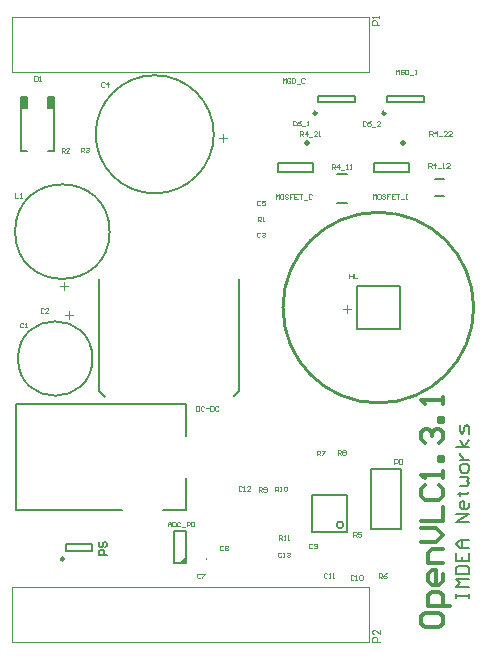
<source format=gto>
G04*
G04 #@! TF.GenerationSoftware,Altium Limited,Altium Designer,19.1.9 (167)*
G04*
G04 Layer_Color=65535*
%FSLAX43Y43*%
%MOMM*%
G71*
G01*
G75*
%ADD10C,0.250*%
%ADD11C,0.254*%
%ADD12C,0.127*%
%ADD13C,0.154*%
%ADD14C,0.200*%
%ADD15C,0.025*%
%ADD16C,0.500*%
%ADD17C,0.100*%
%ADD18C,0.350*%
%ADD19C,0.050*%
%ADD20C,0.150*%
%ADD21C,0.040*%
%ADD22R,0.500X1.000*%
G36*
X14909Y7407D02*
X14348D01*
X14909Y7968D01*
Y7407D01*
D02*
G37*
D10*
X4614Y7763D02*
G03*
X4614Y7763I-125J0D01*
G01*
X31825Y45507D02*
G03*
X31825Y45507I-125J0D01*
G01*
X26010D02*
G03*
X26010Y45507I-125J0D01*
G01*
D11*
X39302Y29049D02*
G03*
X39302Y29049I-8073J0D01*
G01*
D12*
X7026Y24737D02*
G03*
X7026Y24737I-3150J0D01*
G01*
X17300Y43721D02*
G03*
X17300Y43721I-5000J0D01*
G01*
X8481Y35483D02*
G03*
X8481Y35483I-4000J0D01*
G01*
X33804Y40504D02*
Y41266D01*
X30904Y40504D02*
X33804D01*
X30904D02*
Y41266D01*
X33804D01*
X25668Y40504D02*
Y41266D01*
X22768Y40504D02*
X25668D01*
X22768D02*
Y41266D01*
X25668D01*
X29439Y30840D02*
X33039D01*
Y27240D02*
Y30840D01*
X29439Y27240D02*
X33039D01*
X29439D02*
Y30840D01*
X13893Y7407D02*
X14909D01*
X13893D02*
Y10107D01*
X14909D01*
Y7407D02*
Y10107D01*
X960Y42310D02*
Y46910D01*
X3760Y42310D02*
Y46910D01*
X960Y42310D02*
X1460D01*
X960Y46910D02*
X1460D01*
X3260Y42310D02*
X3760D01*
X3260Y46910D02*
X3760D01*
X1460Y45910D02*
Y46910D01*
X3260Y45910D02*
Y46910D01*
X960Y45910D02*
X1449D01*
X3260D02*
X3760D01*
X19450Y21982D02*
Y31482D01*
X7550Y21982D02*
Y31482D01*
X19050Y21582D02*
X19450Y21982D01*
X7550D02*
X8050Y21482D01*
X532Y11884D02*
Y20885D01*
Y11884D02*
X9531D01*
X532Y20885D02*
X14932D01*
Y18135D02*
Y20885D01*
X12982Y11884D02*
X14932D01*
Y14634D01*
D13*
X28274Y10653D02*
G03*
X28274Y10653I-283J0D01*
G01*
X8231Y8127D02*
X7579D01*
Y8453D01*
X7688Y8562D01*
X7905D01*
X8014Y8453D01*
Y8127D01*
X7688Y9213D02*
X7579Y9105D01*
Y8887D01*
X7688Y8779D01*
X7796D01*
X7905Y8887D01*
Y9105D01*
X8014Y9213D01*
X8122D01*
X8231Y9105D01*
Y8887D01*
X8122Y8779D01*
D14*
X4789Y8413D02*
Y9013D01*
X6989Y8413D02*
Y9013D01*
X4789Y8413D02*
X6989D01*
X4789Y9013D02*
X6989D01*
X36027Y39969D02*
X36827D01*
X36027Y38469D02*
X36827D01*
X27746Y37924D02*
X28546D01*
X27746Y40324D02*
X28546D01*
X31975Y46457D02*
Y46957D01*
X35075Y46457D02*
Y46957D01*
X31975Y46457D02*
X35075D01*
X31975Y46957D02*
X35075D01*
X26160Y46457D02*
Y46957D01*
X29260Y46457D02*
Y46957D01*
X26160Y46457D02*
X29260D01*
X26160Y46957D02*
X29260D01*
X25591Y10076D02*
Y13176D01*
X28591D01*
Y10076D02*
Y13176D01*
X25591Y10076D02*
X28591D01*
X30603Y10339D02*
Y15419D01*
Y10339D02*
X33143D01*
Y15419D01*
X30603D02*
X33143D01*
D15*
X196Y721D02*
Y5395D01*
Y721D02*
X30432D01*
Y5395D01*
X196D02*
X30432D01*
X196Y48981D02*
Y53655D01*
Y48981D02*
X30432D01*
Y53655D01*
X196D02*
X30432D01*
D16*
X33313Y43006D02*
X33309Y43010D01*
X33304Y43006D01*
X33309Y43001D01*
X33313Y43006D01*
X25178D02*
X25173Y43010D01*
X25168Y43006D01*
X25173Y43001D01*
X25178Y43006D01*
D17*
X28274Y28946D02*
X28940D01*
X28607Y29280D02*
Y28613D01*
X5072Y28751D02*
Y28085D01*
X5405Y28418D02*
X4739D01*
X18418Y43429D02*
X17752D01*
X18085Y43096D02*
Y43763D01*
X4657Y30514D02*
Y31181D01*
X4324Y30848D02*
X4991D01*
D18*
X34880Y2900D02*
Y2300D01*
X35180Y2000D01*
X36379D01*
X36679Y2300D01*
Y2900D01*
X36379Y3200D01*
X35180D01*
X34880Y2900D01*
X37279Y3799D02*
X35480D01*
Y4699D01*
X35780Y4999D01*
X36379D01*
X36679Y4699D01*
Y3799D01*
Y6499D02*
Y5899D01*
X36379Y5599D01*
X35780D01*
X35480Y5899D01*
Y6499D01*
X35780Y6798D01*
X36080D01*
Y5599D01*
X36679Y7398D02*
X35480D01*
Y8298D01*
X35780Y8598D01*
X36679D01*
X34880Y9198D02*
X36080D01*
X36679Y9797D01*
X36080Y10397D01*
X34880D01*
Y10997D02*
X36679D01*
Y12197D01*
X35180Y13996D02*
X34880Y13696D01*
Y13096D01*
X35180Y12797D01*
X36379D01*
X36679Y13096D01*
Y13696D01*
X36379Y13996D01*
X36679Y14596D02*
Y15196D01*
Y14896D01*
X34880D01*
X35180Y14596D01*
X36679Y16095D02*
X36379D01*
Y16395D01*
X36679D01*
Y16095D01*
X35180Y17595D02*
X34880Y17895D01*
Y18495D01*
X35180Y18795D01*
X35480D01*
X35780Y18495D01*
Y18195D01*
Y18495D01*
X36080Y18795D01*
X36379D01*
X36679Y18495D01*
Y17895D01*
X36379Y17595D01*
X36679Y19394D02*
X36379D01*
Y19694D01*
X36679D01*
Y19394D01*
Y20894D02*
Y21494D01*
Y21194D01*
X34880D01*
X35180Y20894D01*
D19*
X16648Y7752D02*
X16676Y7781D01*
X16648Y7810D01*
X16619Y7781D01*
X16648Y7752D01*
X31334Y774D02*
X30734D01*
Y1074D01*
X30834Y1174D01*
X31034D01*
X31134Y1074D01*
Y774D01*
X31334Y1774D02*
Y1374D01*
X30934Y1774D01*
X30834D01*
X30734Y1674D01*
Y1474D01*
X30834Y1374D01*
X31284Y52962D02*
X30684D01*
Y53262D01*
X30784Y53362D01*
X30984D01*
X31084Y53262D01*
Y52962D01*
X31284Y53562D02*
Y53762D01*
Y53662D01*
X30684D01*
X30784Y53562D01*
D20*
X37788Y4455D02*
Y4821D01*
Y4638D01*
X38888D01*
Y4455D01*
Y4821D01*
Y5371D02*
X37788D01*
X38155Y5738D01*
X37788Y6104D01*
X38888D01*
X37788Y6471D02*
X38888D01*
Y7020D01*
X38705Y7204D01*
X37972D01*
X37788Y7020D01*
Y6471D01*
Y8303D02*
Y7570D01*
X38888D01*
Y8303D01*
X38338Y7570D02*
Y7937D01*
X38888Y8670D02*
X38155D01*
X37788Y9036D01*
X38155Y9403D01*
X38888D01*
X38338D01*
Y8670D01*
X38888Y10869D02*
X37788D01*
X38888Y11602D01*
X37788D01*
X38888Y12519D02*
Y12152D01*
X38705Y11969D01*
X38338D01*
X38155Y12152D01*
Y12519D01*
X38338Y12702D01*
X38522D01*
Y11969D01*
X37972Y13252D02*
X38155D01*
Y13068D01*
Y13435D01*
Y13252D01*
X38705D01*
X38888Y13435D01*
X38155Y13985D02*
X38705D01*
X38888Y14168D01*
X38705Y14351D01*
X38888Y14535D01*
X38705Y14718D01*
X38155D01*
X38888Y15268D02*
Y15634D01*
X38705Y15818D01*
X38338D01*
X38155Y15634D01*
Y15268D01*
X38338Y15084D01*
X38705D01*
X38888Y15268D01*
X38155Y16184D02*
X38888D01*
X38522D01*
X38338Y16367D01*
X38155Y16551D01*
Y16734D01*
X38888Y17284D02*
X37788D01*
X38522D02*
X38155Y17834D01*
X38522Y17284D02*
X38888Y17834D01*
Y18383D02*
Y18933D01*
X38705Y19117D01*
X38522Y18933D01*
Y18567D01*
X38338Y18383D01*
X38155Y18567D01*
Y19117D01*
D21*
X35563Y43605D02*
Y44005D01*
X35763D01*
X35830Y43938D01*
Y43805D01*
X35763Y43738D01*
X35563D01*
X35696D02*
X35830Y43605D01*
X36163D02*
Y44005D01*
X35963Y43805D01*
X36229D01*
X36363Y43538D02*
X36629D01*
X37029Y43605D02*
X36763D01*
X37029Y43871D01*
Y43938D01*
X36962Y44005D01*
X36829D01*
X36763Y43938D01*
X37429Y43605D02*
X37162D01*
X37429Y43871D01*
Y43938D01*
X37362Y44005D01*
X37229D01*
X37162Y43938D01*
X24583Y43583D02*
Y43983D01*
X24783D01*
X24850Y43917D01*
Y43783D01*
X24783Y43717D01*
X24583D01*
X24716D02*
X24850Y43583D01*
X25183D02*
Y43983D01*
X24983Y43783D01*
X25250D01*
X25383Y43517D02*
X25649D01*
X26049Y43583D02*
X25783D01*
X26049Y43850D01*
Y43917D01*
X25983Y43983D01*
X25849D01*
X25783Y43917D01*
X26183Y43583D02*
X26316D01*
X26249D01*
Y43983D01*
X26183Y43917D01*
X35470Y40892D02*
Y41292D01*
X35670D01*
X35737Y41226D01*
Y41092D01*
X35670Y41026D01*
X35470D01*
X35603D02*
X35737Y40892D01*
X36070D02*
Y41292D01*
X35870Y41092D01*
X36137D01*
X36270Y40826D02*
X36536D01*
X36670Y40892D02*
X36803D01*
X36736D01*
Y41292D01*
X36670Y41226D01*
X37270Y40892D02*
X37003D01*
X37270Y41159D01*
Y41226D01*
X37203Y41292D01*
X37070D01*
X37003Y41226D01*
X27292Y40778D02*
Y41178D01*
X27492D01*
X27559Y41111D01*
Y40978D01*
X27492Y40911D01*
X27292D01*
X27425D02*
X27559Y40778D01*
X27892D02*
Y41178D01*
X27692Y40978D01*
X27959D01*
X28092Y40711D02*
X28358D01*
X28492Y40778D02*
X28625D01*
X28558D01*
Y41178D01*
X28492Y41111D01*
X28825Y40778D02*
X28958D01*
X28892D01*
Y41178D01*
X28825Y41111D01*
X30753Y38277D02*
Y38677D01*
X30886Y38543D01*
X31019Y38677D01*
Y38277D01*
X31352Y38677D02*
X31219D01*
X31152Y38610D01*
Y38343D01*
X31219Y38277D01*
X31352D01*
X31419Y38343D01*
Y38610D01*
X31352Y38677D01*
X31819Y38610D02*
X31752Y38677D01*
X31619D01*
X31552Y38610D01*
Y38543D01*
X31619Y38477D01*
X31752D01*
X31819Y38410D01*
Y38343D01*
X31752Y38277D01*
X31619D01*
X31552Y38343D01*
X32219Y38677D02*
X31952D01*
Y38477D01*
X32085D01*
X31952D01*
Y38277D01*
X32619Y38677D02*
X32352D01*
Y38277D01*
X32619D01*
X32352Y38477D02*
X32485D01*
X32752Y38677D02*
X33018D01*
X32885D01*
Y38277D01*
X33152Y38210D02*
X33418D01*
X33552Y38677D02*
X33685D01*
X33618D01*
Y38277D01*
X33552D01*
X33685D01*
X32721Y48803D02*
Y49203D01*
X32854Y49070D01*
X32987Y49203D01*
Y48803D01*
X33387Y49136D02*
X33321Y49203D01*
X33187D01*
X33121Y49136D01*
Y48870D01*
X33187Y48803D01*
X33321D01*
X33387Y48870D01*
Y49003D01*
X33254D01*
X33521Y49203D02*
Y48803D01*
X33720D01*
X33787Y48870D01*
Y49136D01*
X33720Y49203D01*
X33521D01*
X33920Y48736D02*
X34187D01*
X34320Y49203D02*
X34454D01*
X34387D01*
Y48803D01*
X34320D01*
X34454D01*
X23123Y48075D02*
Y48475D01*
X23257Y48342D01*
X23390Y48475D01*
Y48075D01*
X23790Y48408D02*
X23723Y48475D01*
X23590D01*
X23523Y48408D01*
Y48142D01*
X23590Y48075D01*
X23723D01*
X23790Y48142D01*
Y48275D01*
X23656D01*
X23923Y48475D02*
Y48075D01*
X24123D01*
X24190Y48142D01*
Y48408D01*
X24123Y48475D01*
X23923D01*
X24323Y48009D02*
X24589D01*
X24989Y48408D02*
X24923Y48475D01*
X24789D01*
X24723Y48408D01*
Y48142D01*
X24789Y48075D01*
X24923D01*
X24989Y48142D01*
X30178Y44779D02*
X30111Y44846D01*
X29978D01*
X29911Y44779D01*
Y44513D01*
X29978Y44446D01*
X30111D01*
X30178Y44513D01*
X30578Y44846D02*
X30444Y44779D01*
X30311Y44646D01*
Y44513D01*
X30378Y44446D01*
X30511D01*
X30578Y44513D01*
Y44579D01*
X30511Y44646D01*
X30311D01*
X30711Y44380D02*
X30978D01*
X31377Y44446D02*
X31111D01*
X31377Y44713D01*
Y44779D01*
X31311Y44846D01*
X31178D01*
X31111Y44779D01*
X24246Y44801D02*
X24179Y44868D01*
X24046D01*
X23979Y44801D01*
Y44534D01*
X24046Y44468D01*
X24179D01*
X24246Y44534D01*
X24646Y44868D02*
X24512Y44801D01*
X24379Y44668D01*
Y44534D01*
X24446Y44468D01*
X24579D01*
X24646Y44534D01*
Y44601D01*
X24579Y44668D01*
X24379D01*
X24779Y44401D02*
X25045D01*
X25179Y44468D02*
X25312D01*
X25245D01*
Y44868D01*
X25179Y44801D01*
X23020Y8243D02*
X22954Y8309D01*
X22820D01*
X22754Y8243D01*
Y7976D01*
X22820Y7909D01*
X22954D01*
X23020Y7976D01*
X23153Y7909D02*
X23287D01*
X23220D01*
Y8309D01*
X23153Y8243D01*
X23487D02*
X23553Y8309D01*
X23687D01*
X23753Y8243D01*
Y8176D01*
X23687Y8109D01*
X23620D01*
X23687D01*
X23753Y8043D01*
Y7976D01*
X23687Y7909D01*
X23553D01*
X23487Y7976D01*
X22498Y13496D02*
Y13896D01*
X22698D01*
X22765Y13829D01*
Y13696D01*
X22698Y13629D01*
X22498D01*
X22632D02*
X22765Y13496D01*
X22898D02*
X23032D01*
X22965D01*
Y13896D01*
X22898Y13829D01*
X23232D02*
X23298Y13896D01*
X23431D01*
X23498Y13829D01*
Y13563D01*
X23431Y13496D01*
X23298D01*
X23232Y13563D01*
Y13829D01*
X28781Y31925D02*
Y31525D01*
Y31725D01*
X29048D01*
Y31925D01*
Y31525D01*
X29181Y31925D02*
Y31525D01*
X29448D01*
X19666Y13854D02*
X19599Y13921D01*
X19466D01*
X19399Y13854D01*
Y13587D01*
X19466Y13521D01*
X19599D01*
X19666Y13587D01*
X19799Y13521D02*
X19932D01*
X19866D01*
Y13921D01*
X19799Y13854D01*
X20399Y13521D02*
X20132D01*
X20399Y13787D01*
Y13854D01*
X20332Y13921D01*
X20199D01*
X20132Y13854D01*
X8051Y48071D02*
X7985Y48138D01*
X7851D01*
X7785Y48071D01*
Y47805D01*
X7851Y47738D01*
X7985D01*
X8051Y47805D01*
X8385Y47738D02*
Y48138D01*
X8185Y47938D01*
X8451D01*
X6056Y42198D02*
Y42598D01*
X6256D01*
X6323Y42532D01*
Y42398D01*
X6256Y42332D01*
X6056D01*
X6190D02*
X6323Y42198D01*
X6456Y42532D02*
X6523Y42598D01*
X6656D01*
X6723Y42532D01*
Y42465D01*
X6656Y42398D01*
X6590D01*
X6656D01*
X6723Y42332D01*
Y42265D01*
X6656Y42198D01*
X6523D01*
X6456Y42265D01*
X4416Y42176D02*
Y42576D01*
X4616D01*
X4683Y42509D01*
Y42376D01*
X4616Y42309D01*
X4416D01*
X4550D02*
X4683Y42176D01*
X5083D02*
X4816D01*
X5083Y42442D01*
Y42509D01*
X5016Y42576D01*
X4883D01*
X4816Y42509D01*
X15817Y20730D02*
Y20330D01*
X16017D01*
X16084Y20396D01*
Y20663D01*
X16017Y20730D01*
X15817D01*
X16484Y20663D02*
X16417Y20730D01*
X16284D01*
X16217Y20663D01*
Y20396D01*
X16284Y20330D01*
X16417D01*
X16484Y20396D01*
X16617Y20530D02*
X16883D01*
X17017Y20730D02*
Y20330D01*
X17217D01*
X17283Y20396D01*
Y20663D01*
X17217Y20730D01*
X17017D01*
X17683Y20663D02*
X17617Y20730D01*
X17483D01*
X17417Y20663D01*
Y20396D01*
X17483Y20330D01*
X17617D01*
X17683Y20396D01*
X2901Y28935D02*
X2834Y29002D01*
X2701D01*
X2634Y28935D01*
Y28668D01*
X2701Y28602D01*
X2834D01*
X2901Y28668D01*
X3301Y28602D02*
X3034D01*
X3301Y28868D01*
Y28935D01*
X3234Y29002D01*
X3101D01*
X3034Y28935D01*
X2113Y48646D02*
Y48246D01*
X2313D01*
X2380Y48312D01*
Y48579D01*
X2313Y48646D01*
X2113D01*
X2513Y48246D02*
X2647D01*
X2580D01*
Y48646D01*
X2513Y48579D01*
X21035Y36351D02*
Y36750D01*
X21235D01*
X21302Y36684D01*
Y36550D01*
X21235Y36484D01*
X21035D01*
X21168D02*
X21302Y36351D01*
X21435D02*
X21568D01*
X21502D01*
Y36750D01*
X21435Y36684D01*
X21235Y38039D02*
X21168Y38106D01*
X21035D01*
X20968Y38039D01*
Y37772D01*
X21035Y37706D01*
X21168D01*
X21235Y37772D01*
X21635Y38106D02*
X21368D01*
Y37906D01*
X21502Y37972D01*
X21568D01*
X21635Y37906D01*
Y37772D01*
X21568Y37706D01*
X21435D01*
X21368Y37772D01*
X1190Y27698D02*
X1124Y27764D01*
X991D01*
X924Y27698D01*
Y27431D01*
X991Y27364D01*
X1124D01*
X1190Y27431D01*
X1324Y27364D02*
X1457D01*
X1390D01*
Y27764D01*
X1324Y27698D01*
X21235Y35335D02*
X21168Y35402D01*
X21035D01*
X20968Y35335D01*
Y35068D01*
X21035Y35002D01*
X21168D01*
X21235Y35068D01*
X21368Y35335D02*
X21435Y35402D01*
X21568D01*
X21635Y35335D01*
Y35268D01*
X21568Y35202D01*
X21502D01*
X21568D01*
X21635Y35135D01*
Y35068D01*
X21568Y35002D01*
X21435D01*
X21368Y35068D01*
X491Y38728D02*
Y38328D01*
X758D01*
X891D02*
X1024D01*
X958D01*
Y38728D01*
X891Y38661D01*
X13399Y10518D02*
Y10785D01*
X13532Y10918D01*
X13665Y10785D01*
Y10518D01*
Y10718D01*
X13399D01*
X13798Y10918D02*
Y10518D01*
X13998D01*
X14065Y10585D01*
Y10851D01*
X13998Y10918D01*
X13798D01*
X14465Y10851D02*
X14398Y10918D01*
X14265D01*
X14198Y10851D01*
Y10585D01*
X14265Y10518D01*
X14398D01*
X14465Y10585D01*
X14598Y10451D02*
X14865D01*
X14998Y10518D02*
Y10918D01*
X15198D01*
X15265Y10851D01*
Y10718D01*
X15198Y10651D01*
X14998D01*
X15398Y10918D02*
Y10518D01*
X15598D01*
X15665Y10585D01*
Y10851D01*
X15598Y10918D01*
X15398D01*
X22534Y38234D02*
Y38634D01*
X22667Y38500D01*
X22800Y38634D01*
Y38234D01*
X23134Y38634D02*
X23000D01*
X22934Y38567D01*
Y38300D01*
X23000Y38234D01*
X23134D01*
X23200Y38300D01*
Y38567D01*
X23134Y38634D01*
X23600Y38567D02*
X23534Y38634D01*
X23400D01*
X23334Y38567D01*
Y38500D01*
X23400Y38434D01*
X23534D01*
X23600Y38367D01*
Y38300D01*
X23534Y38234D01*
X23400D01*
X23334Y38300D01*
X24000Y38634D02*
X23733D01*
Y38434D01*
X23867D01*
X23733D01*
Y38234D01*
X24400Y38634D02*
X24133D01*
Y38234D01*
X24400D01*
X24133Y38434D02*
X24267D01*
X24533Y38634D02*
X24800D01*
X24667D01*
Y38234D01*
X24933Y38167D02*
X25200D01*
X25600Y38567D02*
X25533Y38634D01*
X25400D01*
X25333Y38567D01*
Y38300D01*
X25400Y38234D01*
X25533D01*
X25600Y38300D01*
X25652Y8992D02*
X25586Y9058D01*
X25452D01*
X25386Y8992D01*
Y8725D01*
X25452Y8659D01*
X25586D01*
X25652Y8725D01*
X25786D02*
X25852Y8659D01*
X25986D01*
X26052Y8725D01*
Y8992D01*
X25986Y9058D01*
X25852D01*
X25786Y8992D01*
Y8925D01*
X25852Y8858D01*
X26052D01*
X29162Y6301D02*
X29096Y6368D01*
X28962D01*
X28896Y6301D01*
Y6035D01*
X28962Y5968D01*
X29096D01*
X29162Y6035D01*
X29296Y5968D02*
X29429D01*
X29362D01*
Y6368D01*
X29296Y6301D01*
X29629D02*
X29696Y6368D01*
X29829D01*
X29895Y6301D01*
Y6035D01*
X29829Y5968D01*
X29696D01*
X29629Y6035D01*
Y6301D01*
X26902Y6499D02*
X26836Y6566D01*
X26702D01*
X26636Y6499D01*
Y6233D01*
X26702Y6166D01*
X26836D01*
X26902Y6233D01*
X27036Y6166D02*
X27169D01*
X27102D01*
Y6566D01*
X27036Y6499D01*
X27369Y6166D02*
X27502D01*
X27435D01*
Y6566D01*
X27369Y6499D01*
X32597Y15800D02*
Y16199D01*
X32797D01*
X32863Y16133D01*
Y16000D01*
X32797Y15933D01*
X32597D01*
X32997Y16199D02*
Y15800D01*
X33197D01*
X33263Y15866D01*
Y16133D01*
X33197Y16199D01*
X32997D01*
X29122Y9641D02*
Y10041D01*
X29322D01*
X29388Y9974D01*
Y9841D01*
X29322Y9774D01*
X29122D01*
X29255D02*
X29388Y9641D01*
X29788Y10041D02*
X29522D01*
Y9841D01*
X29655Y9907D01*
X29722D01*
X29788Y9841D01*
Y9707D01*
X29722Y9641D01*
X29588D01*
X29522Y9707D01*
X31269Y6138D02*
Y6537D01*
X31469D01*
X31535Y6471D01*
Y6338D01*
X31469Y6271D01*
X31269D01*
X31402D02*
X31535Y6138D01*
X31935Y6537D02*
X31802Y6471D01*
X31669Y6338D01*
Y6204D01*
X31735Y6138D01*
X31869D01*
X31935Y6204D01*
Y6271D01*
X31869Y6338D01*
X31669D01*
X26042Y16534D02*
Y16934D01*
X26242D01*
X26309Y16867D01*
Y16734D01*
X26242Y16667D01*
X26042D01*
X26176D02*
X26309Y16534D01*
X26442Y16934D02*
X26709D01*
Y16867D01*
X26442Y16601D01*
Y16534D01*
X27794Y16591D02*
Y16991D01*
X27994D01*
X28061Y16924D01*
Y16791D01*
X27994Y16724D01*
X27794D01*
X27927D02*
X28061Y16591D01*
X28194Y16924D02*
X28261Y16991D01*
X28394D01*
X28460Y16924D01*
Y16857D01*
X28394Y16791D01*
X28460Y16724D01*
Y16657D01*
X28394Y16591D01*
X28261D01*
X28194Y16657D01*
Y16724D01*
X28261Y16791D01*
X28194Y16857D01*
Y16924D01*
X28261Y16791D02*
X28394D01*
X21102Y13455D02*
Y13855D01*
X21302D01*
X21368Y13788D01*
Y13655D01*
X21302Y13588D01*
X21102D01*
X21235D02*
X21368Y13455D01*
X21501Y13521D02*
X21568Y13455D01*
X21701D01*
X21768Y13521D01*
Y13788D01*
X21701Y13855D01*
X21568D01*
X21501Y13788D01*
Y13721D01*
X21568Y13655D01*
X21768D01*
X22827Y9385D02*
Y9785D01*
X23027D01*
X23093Y9719D01*
Y9585D01*
X23027Y9519D01*
X22827D01*
X22960D02*
X23093Y9385D01*
X23227D02*
X23360D01*
X23293D01*
Y9785D01*
X23227Y9719D01*
X23560Y9385D02*
X23693D01*
X23627D01*
Y9785D01*
X23560Y9719D01*
X16188Y6467D02*
X16122Y6533D01*
X15988D01*
X15922Y6467D01*
Y6200D01*
X15988Y6134D01*
X16122D01*
X16188Y6200D01*
X16322Y6533D02*
X16588D01*
Y6467D01*
X16322Y6200D01*
Y6134D01*
X18091Y8824D02*
X18024Y8891D01*
X17891D01*
X17824Y8824D01*
Y8558D01*
X17891Y8491D01*
X18024D01*
X18091Y8558D01*
X18224Y8824D02*
X18291Y8891D01*
X18424D01*
X18491Y8824D01*
Y8758D01*
X18424Y8691D01*
X18491Y8625D01*
Y8558D01*
X18424Y8491D01*
X18291D01*
X18224Y8558D01*
Y8625D01*
X18291Y8691D01*
X18224Y8758D01*
Y8824D01*
X18291Y8691D02*
X18424D01*
D22*
X1210Y46410D02*
D03*
X3510D02*
D03*
M02*

</source>
